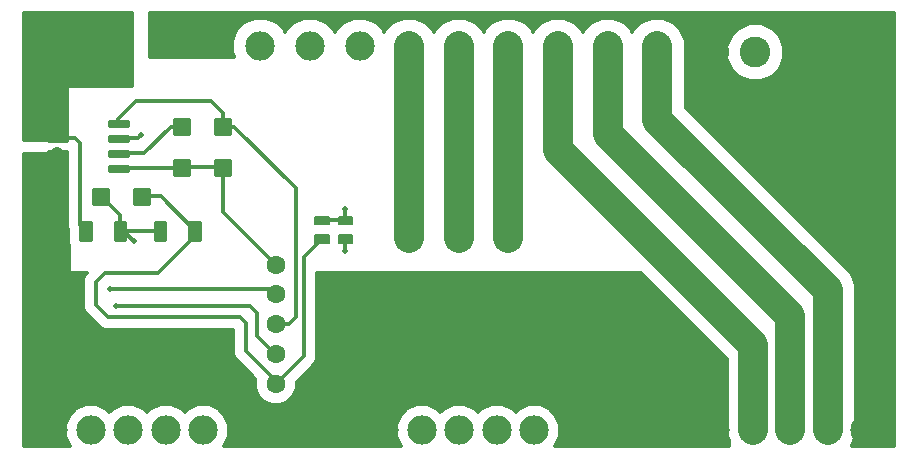
<source format=gbr>
G04 Generated by CADint PCB *
%FSLAX44Y44*%
%MOMM*%
%IPPOS*%
%ADD14C,0.112500*%
%ADD15C,0.150000*%
%ADD11C,0.152400*%
%ADD12C,0.200000*%
%ADD22C,0.203200*%
%ADD16C,0.225000*%
%ADD10C,0.250000*%
%ADD13C,0.254000*%
%ADD17C,0.262500*%
%ADD33C,0.300000*%
%ADD28C,0.500000*%
%ADD34C,1.000000*%
%ADD29C,1.600200*%
%ADD18C,1.905000*%
%ADD30C,2.489200*%
%ADD31C,2.500000*%
%ADD32C,2.600200*%
%ADD19C,2.727200*%
%ADD20C,2.997200*%
%ADD26R,0.896000X1.546000*%
%ADD21R,1.023000X1.673000*%
%ADD27R,1.146800X0.596800*%
%ADD24R,1.270000X1.270000*%
%ADD23R,1.273800X0.723800*%
%ADD25R,1.651000X0.381000*%
%LNCopper__1_Top*%
%LPD*%
D33*
X701050Y159050D02*
X707850Y152250D01*
X711500Y143400D01*
Y133800D01*
Y15200D01*
X707911Y6500D01*
X743500D01*
Y373500D01*
X113500D01*
Y336500D01*
X184484D01*
X182950Y340200D01*
Y349800D01*
X186600Y358600D01*
X193400Y365400D01*
X202200Y369050D01*
X211800D01*
X220600Y365400D01*
X227400Y358600D01*
X228000Y357153D01*
X228600Y358600D01*
X235400Y365400D01*
X244200Y369050D01*
X253800D01*
X262600Y365400D01*
X269400Y358600D01*
X270000Y357153D01*
X270600Y358600D01*
X277400Y365400D01*
X286200Y369050D01*
X295800D01*
X304600Y365400D01*
X311400Y358600D01*
X311966Y357234D01*
X312550Y358650D01*
X319350Y365450D01*
X328200Y369100D01*
X337800D01*
X346650Y365450D01*
X353450Y358650D01*
X354000Y357316D01*
X354550Y358650D01*
X361350Y365450D01*
X370200Y369100D01*
X379800D01*
X388650Y365450D01*
X395450Y358650D01*
X396000Y357316D01*
X396550Y358650D01*
X403350Y365450D01*
X412200Y369100D01*
X421800D01*
X430650Y365450D01*
X437450Y358650D01*
X438000Y357316D01*
X438550Y358650D01*
X445350Y365450D01*
X454200Y369100D01*
X463800D01*
X472650Y365450D01*
X479450Y358650D01*
X480000Y357316D01*
X480550Y358650D01*
X487350Y365450D01*
X496200Y369100D01*
X505800D01*
X514650Y365450D01*
X521450Y358650D01*
X522000Y357316D01*
X522550Y358650D01*
X529350Y365450D01*
X538200Y369100D01*
X547800D01*
X556650Y365450D01*
X563450Y358650D01*
X567100Y349800D01*
Y293000D01*
X701050Y159050D01*
X650600Y344900D02*
Y335100D01*
X646850Y326050D01*
X639950Y319150D01*
X630900Y315400D01*
X621100D01*
X612050Y319150D01*
X605150Y326050D01*
X601400Y335100D01*
Y344900D01*
X605150Y353950D01*
X612050Y360850D01*
X621100Y364600D01*
X630900D01*
X639950Y360850D01*
X646850Y353950D01*
X650600Y344900D01*
G36*
X743500Y373500D02*
X113500D01*
X182950Y340200D01*
Y349800D01*
X186600Y358600D01*
X193400Y365400D01*
X202200Y369050D01*
X211800D01*
X220600Y365400D01*
X227400Y358600D01*
X228000Y357153D01*
X228600Y358600D01*
X235400Y365400D01*
X244200Y369050D01*
X253800D01*
X262600Y365400D01*
X269400Y358600D01*
X270000Y357153D01*
X270600Y358600D01*
X277400Y365400D01*
X286200Y369050D01*
X295800D01*
X304600Y365400D01*
X311400Y358600D01*
X311966Y357234D01*
X312550Y358650D01*
X319350Y365450D01*
X328200Y369100D01*
X337800D01*
X346650Y365450D01*
X353450Y358650D01*
X354000Y357316D01*
X354550Y358650D01*
X361350Y365450D01*
X370200Y369100D01*
X379800D01*
X388650Y365450D01*
X395450Y358650D01*
X396000Y357316D01*
X396550Y358650D01*
X403350Y365450D01*
X412200Y369100D01*
X421800D01*
X430650Y365450D01*
X437450Y358650D01*
X438000Y357316D01*
X438550Y358650D01*
X445350Y365450D01*
X454200Y369100D01*
X463800D01*
X472650Y365450D01*
X479450Y358650D01*
X480000Y357316D01*
X480550Y358650D01*
X487350Y365450D01*
X496200Y369100D01*
X505800D01*
X514650Y365450D01*
X521450Y358650D01*
X522000Y357316D01*
X522550Y358650D01*
X529350Y365450D01*
X538200Y369100D01*
X547800D01*
X556650Y365450D01*
X563450Y358650D01*
X567100Y349800D01*
X601400Y335100D01*
Y344900D01*
X605150Y353950D01*
X612050Y360850D01*
X621100Y364600D01*
X630900D01*
X639950Y360850D01*
X646850Y353950D01*
X650600Y344900D01*
X701050Y159050D01*
X707850Y152250D01*
X711500Y143400D01*
X743500Y6500D01*
Y373500D01*
G37*
G36*
Y6500D02*
X711500Y143400D01*
Y133800D01*
Y15200D01*
X707911Y6500D01*
X743500D01*
G37*
G36*
X701050Y159050D02*
X650600Y344900D01*
Y335100D01*
X646850Y326050D01*
X639950Y319150D01*
X630900Y315400D01*
X621100D01*
X612050Y319150D01*
X605150Y326050D01*
X601400Y335100D01*
X567100Y349800D01*
Y293000D01*
X701050Y159050D01*
G37*
G36*
X184484Y336500D02*
X182950Y340200D01*
X113500Y373500D01*
Y336500D01*
X184484D01*
G37*
X42900Y191800D02*
Y196200D01*
Y254400D01*
X6500D01*
Y6500D01*
X45600D01*
X44600Y7500D01*
X41250Y15600D01*
Y24400D01*
X44600Y32500D01*
X50800Y38700D01*
X58900Y42050D01*
X67700D01*
X75800Y38700D01*
X79200Y35300D01*
X82600Y38700D01*
X90700Y42050D01*
X99500D01*
X107600Y38700D01*
X111000Y35300D01*
X114400Y38700D01*
X122500Y42050D01*
X131300D01*
X139400Y38700D01*
X142800Y35300D01*
X146200Y38700D01*
X154300Y42050D01*
X163100D01*
X171200Y38700D01*
X177400Y32500D01*
X180750Y24400D01*
Y15600D01*
X177400Y7500D01*
X176400Y6500D01*
X325850D01*
X324850Y7500D01*
X321500Y15600D01*
Y24400D01*
X324850Y32500D01*
X331050Y38700D01*
X339150Y42050D01*
X347950D01*
X356050Y38700D01*
X359450Y35300D01*
X362850Y38700D01*
X370950Y42050D01*
X379750D01*
X387850Y38700D01*
X391250Y35300D01*
X394650Y38700D01*
X402750Y42050D01*
X411550D01*
X419650Y38700D01*
X423050Y35300D01*
X426450Y38700D01*
X434550Y42050D01*
X443350D01*
X451450Y38700D01*
X457650Y32500D01*
X461000Y24400D01*
Y15600D01*
X457650Y7500D01*
X456650Y6500D01*
X603500D01*
X603532Y11168D01*
X601700Y15600D01*
Y80229D01*
X529350Y153500D01*
X255100D01*
Y85200D01*
Y80800D01*
X253400Y76700D01*
X250300Y73600D01*
X237600Y60900D01*
Y55500D01*
X234900Y49050D01*
X229950Y44100D01*
X223500Y41400D01*
X216500D01*
X210050Y44100D01*
X205100Y49050D01*
X202400Y55500D01*
Y62500D01*
X202800Y63500D01*
X188700Y77600D01*
X185600Y80700D01*
X183900Y84800D01*
Y89200D01*
Y104900D01*
X80200D01*
X75800D01*
X71700Y106600D01*
X68600Y109700D01*
X61700Y116600D01*
X58600Y119700D01*
X56900Y123800D01*
Y128200D01*
Y143800D01*
Y148200D01*
X58600Y152300D01*
X59800Y153500D01*
X46150D01*
X45850D01*
X45550Y153550D01*
X45300Y153650D01*
X45050Y153850D01*
X44850Y154050D01*
X44650Y154300D01*
X44550Y154550D01*
X44500Y154850D01*
Y177044D01*
X44250Y177600D01*
X43950Y178650D01*
X43750Y179650D01*
X43650Y180750D01*
Y190000D01*
X42900Y191800D01*
G36*
Y254400D02*
X6500D01*
X41250Y15600D01*
Y24400D01*
X42900Y191800D01*
Y196200D01*
Y254400D01*
G37*
G36*
X43650Y190000D02*
X42900Y191800D01*
X43650Y180750D01*
Y190000D01*
G37*
G36*
X44500Y177044D02*
X44250Y177600D01*
X44500Y154850D01*
Y177044D01*
G37*
G36*
X59800Y153500D02*
X46150D01*
X45850D01*
X45550Y153550D01*
X45300Y153650D01*
X45050Y153850D01*
X44850Y154050D01*
X44650Y154300D01*
X44550Y154550D01*
X44500Y154850D01*
X44250Y177600D01*
X43950Y178650D01*
X43750Y179650D01*
X43650Y180750D01*
X42900Y191800D01*
X41250Y24400D01*
X44600Y32500D01*
X50800Y38700D01*
X56900Y123800D01*
Y128200D01*
Y143800D01*
Y148200D01*
X58600Y152300D01*
X59800Y153500D01*
G37*
G36*
X183900Y104900D02*
X80200D01*
X75800D01*
X71700Y106600D01*
X68600Y109700D01*
X61700Y116600D01*
X58600Y119700D01*
X56900Y123800D01*
X50800Y38700D01*
X58900Y42050D01*
X67700D01*
X75800Y38700D01*
X79200Y35300D01*
X82600Y38700D01*
X90700Y42050D01*
X99500D01*
X107600Y38700D01*
X111000Y35300D01*
X114400Y38700D01*
X122500Y42050D01*
X131300D01*
X139400Y38700D01*
X142800Y35300D01*
X146200Y38700D01*
X154300Y42050D01*
X163100D01*
X171200Y38700D01*
X177400Y32500D01*
X180750Y24400D01*
X183900Y84800D01*
Y89200D01*
Y104900D01*
G37*
G36*
X202800Y63500D02*
X188700Y77600D01*
X202400Y55500D01*
Y62500D01*
X202800Y63500D01*
G37*
G36*
X529350Y153500D02*
X255100D01*
X321500Y15600D01*
Y24400D01*
X324850Y32500D01*
X331050Y38700D01*
X339150Y42050D01*
X347950D01*
X356050Y38700D01*
X359450Y35300D01*
X362850Y38700D01*
X370950Y42050D01*
X379750D01*
X387850Y38700D01*
X391250Y35300D01*
X394650Y38700D01*
X402750Y42050D01*
X411550D01*
X419650Y38700D01*
X423050Y35300D01*
X426450Y38700D01*
X434550Y42050D01*
X443350D01*
X451450Y38700D01*
X457650Y32500D01*
X461000Y24400D01*
X529350Y153500D01*
G37*
G36*
X601700Y80229D02*
X529350Y153500D01*
X601700Y15600D01*
Y80229D01*
G37*
G36*
X603532Y11168D02*
X601700Y15600D01*
X529350Y153500D01*
X461000Y24400D01*
Y15600D01*
X457650Y7500D01*
X456650Y6500D01*
X603500D01*
X603532Y11168D01*
G37*
G36*
X325850Y6500D02*
X324850Y7500D01*
X321500Y15600D01*
X255100Y153500D01*
Y85200D01*
Y80800D01*
X253400Y76700D01*
X250300Y73600D01*
X237600Y60900D01*
Y55500D01*
X234900Y49050D01*
X229950Y44100D01*
X223500Y41400D01*
X216500D01*
X210050Y44100D01*
X205100Y49050D01*
X202400Y55500D01*
X188700Y77600D01*
X185600Y80700D01*
X183900Y84800D01*
X180750Y24400D01*
Y15600D01*
X177400Y7500D01*
X176400Y6500D01*
X325850D01*
G37*
G36*
X45600D02*
X44600Y7500D01*
X41250Y15600D01*
X6500Y254400D01*
Y6500D01*
X45600D01*
G37*
D27*
X259000Y182000D03*
D22*
X253266Y179016D02*
X264734D01*
Y184984D01*
X253266D01*
Y179016D01*
D27*
X259000Y198000D03*
D22*
X253266Y195016D02*
X264734D01*
Y200984D01*
X253266D01*
Y195016D01*
D27*
X279000Y182000D03*
D22*
X273266Y179016D02*
X284734D01*
Y184984D01*
X273266D01*
Y179016D01*
D27*
X279000Y198000D03*
D22*
X273266Y195016D02*
X284734D01*
Y200984D01*
X273266D01*
Y195016D01*
D33*
X98500Y373500D02*
X6500D01*
Y265500D01*
X43500D01*
Y309850D01*
Y310150D01*
X43550Y310450D01*
X43650Y310700D01*
X43850Y310950D01*
X44050Y311150D01*
X44300Y311350D01*
X44550Y311450D01*
X44850Y311500D01*
X98500D01*
Y373500D01*
G36*
X98500Y373500D02*
X6500D01*
Y265500D01*
X43500D01*
Y309850D01*
Y310150D01*
X43550Y310450D01*
X43650Y310700D01*
X43850Y310950D01*
X44050Y311150D01*
X44300Y311350D01*
X44550Y311450D01*
X44850Y311500D01*
X98500D01*
Y373500D01*
G37*
D26*
X88000Y189000D03*
D13*
X83520Y181270D02*
X92480D01*
Y196730D01*
X83520D01*
Y181270D01*
D26*
X59000Y189000D03*
D13*
X54520Y181270D02*
X63480D01*
Y196730D01*
X54520D01*
Y181270D01*
D26*
X151000Y189000D03*
D13*
X146520Y181270D02*
X155480D01*
Y196730D01*
X146520D01*
Y181270D01*
D26*
X122000Y189000D03*
D13*
X117520Y181270D02*
X126480D01*
Y196730D01*
X117520D01*
Y181270D01*
D24*
X72000Y218000D03*
D13*
X65650Y211650D02*
X78350D01*
Y224350D01*
X65650D01*
Y211650D01*
D24*
X106290Y218000D03*
D13*
X99940Y211650D02*
X112640D01*
Y224350D01*
X99940D01*
Y211650D01*
D30*
X623800Y20000D03*
X655600D03*
X687400D03*
X719200D03*
X592000D03*
X343550D03*
X375350D03*
X407150D03*
X438950D03*
X311750D03*
X63300D03*
X95100D03*
X126900D03*
X158700D03*
X31500D03*
D29*
X220000Y160200D03*
Y135200D03*
Y109800D03*
Y84400D03*
Y59000D03*
D32*
X626000Y340000D03*
X591000D03*
D30*
X85000Y360000D03*
X543000Y345000D03*
X501000D03*
X459000D03*
X417000D03*
X375000D03*
X333000D03*
X291000D03*
X249000D03*
X207000D03*
X127000Y360000D03*
D24*
X140000Y242710D03*
D13*
X133650Y236360D02*
X146350D01*
Y249060D01*
X133650D01*
Y236360D01*
D24*
X140000Y277000D03*
D13*
X133650Y270650D02*
X146350D01*
Y283350D01*
X133650D01*
Y270650D01*
D24*
X175000Y242710D03*
D13*
X168650Y236360D02*
X181350D01*
Y249060D01*
X168650D01*
Y236360D01*
D24*
X175000Y277000D03*
D13*
X168650Y270650D02*
X181350D01*
Y283350D01*
X168650D01*
Y270650D01*
D25*
X35000Y280000D03*
D13*
X26745Y278095D02*
X43255D01*
Y281905D01*
X26745D01*
Y278095D01*
D25*
X35000Y267300D03*
D13*
X26745Y265395D02*
X43255D01*
Y269205D01*
X26745D01*
Y265395D01*
D25*
X35000Y254600D03*
D13*
X26745Y252695D02*
X43255D01*
Y256505D01*
X26745D01*
Y252695D01*
D25*
X35000Y241900D03*
D13*
X26745Y239995D02*
X43255D01*
Y243805D01*
X26745D01*
Y239995D01*
D25*
X86816Y241900D03*
D13*
X78561Y239995D02*
X95071D01*
Y243805D01*
X78561D01*
Y239995D01*
D25*
X86816Y254600D03*
D13*
X78561Y252695D02*
X95071D01*
Y256505D01*
X78561D01*
Y252695D01*
D25*
X86816Y267300D03*
D13*
X78561Y265395D02*
X95071D01*
Y269205D01*
X78561D01*
Y265395D01*
D25*
X86816Y280000D03*
D13*
X78561Y278095D02*
X95071D01*
Y281905D01*
X78561D01*
Y278095D01*
D33*
X35000Y267300D02*
X49700D01*
X54000Y263000D01*
Y194000D01*
X59000Y189000D01*
X85000Y360000D02*
X85000Y360000D01*
X35000Y267300D02*
X35000Y267300D01*
Y280000D02*
X35000Y280000D01*
D34*
Y254600D02*
Y241900D01*
D33*
X592000Y20000D02*
X592000Y20000D01*
X311750D02*
X311750Y20000D01*
X31500D02*
X31500Y20000D01*
X35000Y241900D02*
X35000Y241900D01*
X86816Y254600D02*
X108600D01*
X131000Y277000D01*
X140000D01*
X106000Y270000D02*
X103300Y267300D01*
X86816D01*
X80000Y140000D02*
X215200D01*
X220000Y135200D01*
D28*
X106000Y270000D03*
X80000Y140000D03*
D33*
X86816Y280000D02*
Y283816D01*
X102000Y299000D01*
X165000D01*
X175000Y289000D01*
Y277000D01*
X175000Y277000D02*
X185000D01*
X237000Y225000D01*
Y116000D01*
X231000Y110000D01*
X220200D01*
X220000Y109800D01*
X279000Y207000D02*
Y198000D01*
X259000D02*
X279000D01*
X127000Y360000D02*
X127000Y360000D01*
X591000Y340000D02*
X591000Y340000D01*
X719200Y20000D02*
X719200Y20000D01*
D28*
X279000Y207000D03*
D33*
X259000Y182000D02*
X244000Y167000D01*
Y83000D01*
X220000Y59000D01*
X151000Y189000D02*
Y184000D01*
X120000Y153000D01*
X75000D01*
X68000Y146000D01*
Y126000D01*
X78000Y116000D01*
X190000D01*
X195000Y111000D01*
Y87000D01*
X220000Y62000D01*
Y59000D01*
X106290Y218000D02*
X123000D01*
X151000Y190000D01*
Y189000D01*
X279000Y172000D02*
Y182000D01*
X86816Y241900D02*
X95000D01*
X140000Y242710D02*
X175000D01*
X95000Y241900D02*
X139190D01*
X140000Y242710D01*
X175000D02*
Y205200D01*
X220000Y160200D01*
D28*
X279000Y172000D03*
D31*
X333000Y345000D02*
Y183000D01*
X333000Y183000D03*
X375000Y345000D02*
Y183000D01*
X375000Y183000D03*
X417000Y345000D02*
Y183000D01*
X417000Y183000D03*
X623800Y20000D02*
Y92200D01*
X459000Y257000D01*
Y345000D01*
X655600Y20000D02*
Y116400D01*
X501000Y271000D01*
Y345000D01*
X687400Y20000D02*
Y138600D01*
X543000Y283000D01*
Y345000D01*
D33*
X85000Y125000D02*
X198000D01*
X204000Y119000D01*
Y100000D01*
X219600Y84400D01*
X220000D01*
X72000Y218000D02*
X88000Y202000D01*
Y189000D01*
X88000Y189000D02*
X122000D01*
X100000Y180000D02*
X91000Y189000D01*
X88000D01*
D28*
X85000Y125000D03*
X100000Y180000D03*
M02*

</source>
